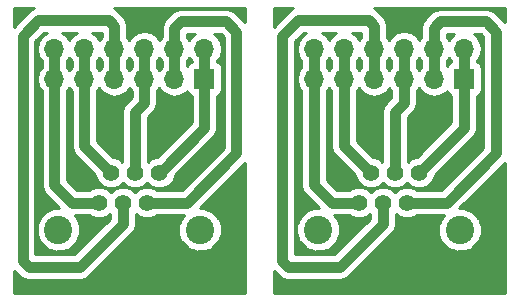
<source format=gbl>
%MOIN*%
%OFA0B0*%
%FSLAX46Y46*%
%IPPOS*%
%LPD*%
%ADD10C,0.0039370078740157488*%
%ADD11C,0.094488188976377951*%
%ADD12C,0.055118110236220472*%
%ADD13R,0.066929133858267723X0.066929133858267723*%
%ADD14O,0.066929133858267723X0.066929133858267723*%
%ADD15C,0.035433070866141732*%
%ADD16C,0.01*%
%ADD27C,0.0039370078740157488*%
%ADD28C,0.094488188976377951*%
%ADD29C,0.055118110236220472*%
%ADD30R,0.066929133858267723X0.066929133858267723*%
%ADD31O,0.066929133858267723X0.066929133858267723*%
%ADD32C,0.035433070866141732*%
%ADD33C,0.01*%
%LPD*%
G01*
D10*
D11*
X0000944881Y0001141732D02*
X0000700496Y0000328381D03*
X0000228055Y0000328381D03*
D12*
X0000564669Y0000518932D03*
X0000484354Y0000518932D03*
X0000404039Y0000518932D03*
X0000524511Y0000418932D03*
X0000444196Y0000418932D03*
X0000363881Y0000418932D03*
D13*
X0000714881Y0000831732D03*
D14*
X0000714881Y0000931732D03*
X0000614881Y0000831732D03*
X0000614881Y0000931732D03*
X0000514881Y0000831732D03*
X0000514881Y0000931732D03*
X0000414881Y0000831732D03*
X0000414881Y0000931732D03*
X0000314881Y0000831732D03*
X0000314881Y0000931732D03*
X0000214881Y0000831732D03*
X0000214881Y0000931732D03*
D15*
X0000315081Y0000919432D02*
X0000315081Y0000819432D01*
X0000403181Y0000518932D02*
X0000315081Y0000607032D01*
X0000315081Y0000607032D02*
X0000315081Y0000919432D01*
X0000215081Y0000919432D02*
X0000215081Y0000819432D01*
X0000363881Y0000418932D02*
X0000273981Y0000418932D01*
X0000215081Y0000477832D02*
X0000215081Y0000919432D01*
X0000273981Y0000418932D02*
X0000215081Y0000477832D01*
X0000415081Y0000919432D02*
X0000415081Y0000819432D01*
X0000444196Y0000418932D02*
X0000444196Y0000348247D01*
X0000415081Y0001009332D02*
X0000415081Y0000819432D01*
X0000397181Y0001027232D02*
X0000415081Y0001009332D01*
X0000161781Y0001027232D02*
X0000397181Y0001027232D01*
X0000108981Y0000974432D02*
X0000161781Y0001027232D01*
X0000108981Y0000223132D02*
X0000108981Y0000974432D01*
X0000128781Y0000203332D02*
X0000108981Y0000223132D01*
X0000299281Y0000203332D02*
X0000128781Y0000203332D01*
X0000444196Y0000348247D02*
X0000299281Y0000203332D01*
X0000515081Y0000919432D02*
X0000515081Y0000819432D01*
X0000484354Y0000518932D02*
X0000484354Y0000721704D01*
X0000515081Y0000752432D02*
X0000515081Y0000919432D01*
X0000484354Y0000721704D02*
X0000515081Y0000752432D01*
X0000615081Y0000919432D02*
X0000615081Y0000819432D01*
X0000524511Y0000418932D02*
X0000656781Y0000418932D01*
X0000615081Y0001002032D02*
X0000615081Y0000819432D01*
X0000635881Y0001022832D02*
X0000615081Y0001002032D01*
X0000787681Y0001022832D02*
X0000635881Y0001022832D01*
X0000821781Y0000988732D02*
X0000787681Y0001022832D01*
X0000821781Y0000583932D02*
X0000821781Y0000988732D01*
X0000656781Y0000418932D02*
X0000821781Y0000583932D01*
X0000715081Y0000919432D02*
X0000715081Y0000819432D01*
X0000565381Y0000518932D02*
X0000715081Y0000668632D01*
X0000715081Y0000668632D02*
X0000715081Y0000919432D01*
D16*
G36*
X0000849881Y0000116732D02*
X0000079881Y0000116732D01*
X0000079881Y0000191821D01*
X0000098576Y0000173127D01*
X0000112434Y0000163867D01*
X0000128781Y0000160615D01*
X0000299281Y0000160615D01*
X0000315628Y0000163867D01*
X0000329487Y0000173127D01*
X0000474402Y0000318042D01*
X0000483661Y0000331900D01*
X0000486913Y0000348247D01*
X0000486913Y0000382201D01*
X0000494700Y0000374400D01*
X0000514011Y0000366382D01*
X0000534920Y0000366364D01*
X0000554245Y0000374348D01*
X0000556115Y0000376215D01*
X0000646156Y0000376215D01*
X0000639286Y0000369357D01*
X0000638620Y0000367753D01*
X0000638102Y0000367532D01*
X0000633366Y0000355100D01*
X0000628264Y0000342814D01*
X0000628263Y0000341708D01*
X0000627869Y0000340675D01*
X0000628251Y0000327377D01*
X0000628239Y0000314073D01*
X0000628661Y0000313051D01*
X0000628693Y0000311946D01*
X0000638102Y0000289230D01*
X0000638591Y0000289021D01*
X0000639214Y0000287511D01*
X0000659519Y0000267171D01*
X0000661123Y0000266505D01*
X0000661345Y0000265987D01*
X0000673776Y0000261251D01*
X0000686062Y0000256149D01*
X0000687168Y0000256148D01*
X0000688202Y0000255754D01*
X0000701500Y0000256136D01*
X0000714803Y0000256124D01*
X0000715825Y0000256546D01*
X0000716930Y0000256578D01*
X0000739647Y0000265987D01*
X0000739856Y0000266476D01*
X0000741365Y0000267099D01*
X0000761705Y0000287404D01*
X0000762371Y0000289008D01*
X0000762889Y0000289230D01*
X0000767626Y0000301662D01*
X0000772727Y0000313947D01*
X0000772728Y0000315053D01*
X0000773122Y0000316087D01*
X0000772741Y0000329385D01*
X0000772752Y0000342688D01*
X0000772330Y0000343710D01*
X0000772298Y0000344815D01*
X0000762889Y0000367532D01*
X0000762401Y0000367741D01*
X0000761777Y0000369250D01*
X0000741472Y0000389590D01*
X0000739868Y0000390256D01*
X0000739647Y0000390774D01*
X0000727215Y0000395511D01*
X0000714929Y0000400612D01*
X0000713823Y0000400613D01*
X0000712790Y0000401007D01*
X0000699492Y0000400626D01*
X0000698886Y0000400626D01*
X0000849881Y0000551621D01*
X0000849881Y0000116732D01*
X0000849881Y0000116732D01*
G37*
X0000849881Y0000116732D02*
X0000079881Y0000116732D01*
X0000079881Y0000191821D01*
X0000098576Y0000173127D01*
X0000112434Y0000163867D01*
X0000128781Y0000160615D01*
X0000299281Y0000160615D01*
X0000315628Y0000163867D01*
X0000329487Y0000173127D01*
X0000474402Y0000318042D01*
X0000483661Y0000331900D01*
X0000486913Y0000348247D01*
X0000486913Y0000382201D01*
X0000494700Y0000374400D01*
X0000514011Y0000366382D01*
X0000534920Y0000366364D01*
X0000554245Y0000374348D01*
X0000556115Y0000376215D01*
X0000646156Y0000376215D01*
X0000639286Y0000369357D01*
X0000638620Y0000367753D01*
X0000638102Y0000367532D01*
X0000633366Y0000355100D01*
X0000628264Y0000342814D01*
X0000628263Y0000341708D01*
X0000627869Y0000340675D01*
X0000628251Y0000327377D01*
X0000628239Y0000314073D01*
X0000628661Y0000313051D01*
X0000628693Y0000311946D01*
X0000638102Y0000289230D01*
X0000638591Y0000289021D01*
X0000639214Y0000287511D01*
X0000659519Y0000267171D01*
X0000661123Y0000266505D01*
X0000661345Y0000265987D01*
X0000673776Y0000261251D01*
X0000686062Y0000256149D01*
X0000687168Y0000256148D01*
X0000688202Y0000255754D01*
X0000701500Y0000256136D01*
X0000714803Y0000256124D01*
X0000715825Y0000256546D01*
X0000716930Y0000256578D01*
X0000739647Y0000265987D01*
X0000739856Y0000266476D01*
X0000741365Y0000267099D01*
X0000761705Y0000287404D01*
X0000762371Y0000289008D01*
X0000762889Y0000289230D01*
X0000767626Y0000301662D01*
X0000772727Y0000313947D01*
X0000772728Y0000315053D01*
X0000773122Y0000316087D01*
X0000772741Y0000329385D01*
X0000772752Y0000342688D01*
X0000772330Y0000343710D01*
X0000772298Y0000344815D01*
X0000762889Y0000367532D01*
X0000762401Y0000367741D01*
X0000761777Y0000369250D01*
X0000741472Y0000389590D01*
X0000739868Y0000390256D01*
X0000739647Y0000390774D01*
X0000727215Y0000395511D01*
X0000714929Y0000400612D01*
X0000713823Y0000400613D01*
X0000712790Y0000401007D01*
X0000699492Y0000400626D01*
X0000698886Y0000400626D01*
X0000849881Y0000551621D01*
X0000849881Y0000116732D01*
G36*
X0000173541Y0000974218D02*
X0000160867Y0000955251D01*
X0000156417Y0000932877D01*
X0000156417Y0000930586D01*
X0000160867Y0000908213D01*
X0000172365Y0000891005D01*
X0000172365Y0000872458D01*
X0000160867Y0000855251D01*
X0000156417Y0000832877D01*
X0000156417Y0000830586D01*
X0000160867Y0000808213D01*
X0000172365Y0000791005D01*
X0000172365Y0000477832D01*
X0000175616Y0000461485D01*
X0000184876Y0000447627D01*
X0000231743Y0000400760D01*
X0000227051Y0000400626D01*
X0000213747Y0000400637D01*
X0000212725Y0000400215D01*
X0000211620Y0000400183D01*
X0000188904Y0000390774D01*
X0000188695Y0000390286D01*
X0000187185Y0000389662D01*
X0000166845Y0000369357D01*
X0000166179Y0000367753D01*
X0000165661Y0000367532D01*
X0000160925Y0000355100D01*
X0000155823Y0000342814D01*
X0000155822Y0000341708D01*
X0000155428Y0000340675D01*
X0000155810Y0000327377D01*
X0000155798Y0000314073D01*
X0000156220Y0000313051D01*
X0000156252Y0000311946D01*
X0000165661Y0000289230D01*
X0000166150Y0000289021D01*
X0000166773Y0000287511D01*
X0000187078Y0000267171D01*
X0000188682Y0000266505D01*
X0000188904Y0000265987D01*
X0000201336Y0000261251D01*
X0000213621Y0000256149D01*
X0000214727Y0000256148D01*
X0000215761Y0000255754D01*
X0000229059Y0000256136D01*
X0000242362Y0000256124D01*
X0000243384Y0000256546D01*
X0000244489Y0000256578D01*
X0000267206Y0000265987D01*
X0000267415Y0000266476D01*
X0000268924Y0000267099D01*
X0000289264Y0000287404D01*
X0000289930Y0000289008D01*
X0000290448Y0000289230D01*
X0000295185Y0000301662D01*
X0000300286Y0000313947D01*
X0000300287Y0000315053D01*
X0000300681Y0000316087D01*
X0000300300Y0000329385D01*
X0000300311Y0000342688D01*
X0000299889Y0000343710D01*
X0000299857Y0000344815D01*
X0000290448Y0000367532D01*
X0000289960Y0000367741D01*
X0000289336Y0000369250D01*
X0000282383Y0000376215D01*
X0000332258Y0000376215D01*
X0000334070Y0000374400D01*
X0000353381Y0000366382D01*
X0000374290Y0000366364D01*
X0000393615Y0000374348D01*
X0000401480Y0000382200D01*
X0000401480Y0000365941D01*
X0000281588Y0000246048D01*
X0000151698Y0000246048D01*
X0000151698Y0000956738D01*
X0000179475Y0000984515D01*
X0000188952Y0000984515D01*
X0000173541Y0000974218D01*
X0000173541Y0000974218D01*
G37*
X0000173541Y0000974218D02*
X0000160867Y0000955251D01*
X0000156417Y0000932877D01*
X0000156417Y0000930586D01*
X0000160867Y0000908213D01*
X0000172365Y0000891005D01*
X0000172365Y0000872458D01*
X0000160867Y0000855251D01*
X0000156417Y0000832877D01*
X0000156417Y0000830586D01*
X0000160867Y0000808213D01*
X0000172365Y0000791005D01*
X0000172365Y0000477832D01*
X0000175616Y0000461485D01*
X0000184876Y0000447627D01*
X0000231743Y0000400760D01*
X0000227051Y0000400626D01*
X0000213747Y0000400637D01*
X0000212725Y0000400215D01*
X0000211620Y0000400183D01*
X0000188904Y0000390774D01*
X0000188695Y0000390286D01*
X0000187185Y0000389662D01*
X0000166845Y0000369357D01*
X0000166179Y0000367753D01*
X0000165661Y0000367532D01*
X0000160925Y0000355100D01*
X0000155823Y0000342814D01*
X0000155822Y0000341708D01*
X0000155428Y0000340675D01*
X0000155810Y0000327377D01*
X0000155798Y0000314073D01*
X0000156220Y0000313051D01*
X0000156252Y0000311946D01*
X0000165661Y0000289230D01*
X0000166150Y0000289021D01*
X0000166773Y0000287511D01*
X0000187078Y0000267171D01*
X0000188682Y0000266505D01*
X0000188904Y0000265987D01*
X0000201336Y0000261251D01*
X0000213621Y0000256149D01*
X0000214727Y0000256148D01*
X0000215761Y0000255754D01*
X0000229059Y0000256136D01*
X0000242362Y0000256124D01*
X0000243384Y0000256546D01*
X0000244489Y0000256578D01*
X0000267206Y0000265987D01*
X0000267415Y0000266476D01*
X0000268924Y0000267099D01*
X0000289264Y0000287404D01*
X0000289930Y0000289008D01*
X0000290448Y0000289230D01*
X0000295185Y0000301662D01*
X0000300286Y0000313947D01*
X0000300287Y0000315053D01*
X0000300681Y0000316087D01*
X0000300300Y0000329385D01*
X0000300311Y0000342688D01*
X0000299889Y0000343710D01*
X0000299857Y0000344815D01*
X0000290448Y0000367532D01*
X0000289960Y0000367741D01*
X0000289336Y0000369250D01*
X0000282383Y0000376215D01*
X0000332258Y0000376215D01*
X0000334070Y0000374400D01*
X0000353381Y0000366382D01*
X0000374290Y0000366364D01*
X0000393615Y0000374348D01*
X0000401480Y0000382200D01*
X0000401480Y0000365941D01*
X0000281588Y0000246048D01*
X0000151698Y0000246048D01*
X0000151698Y0000956738D01*
X0000179475Y0000984515D01*
X0000188952Y0000984515D01*
X0000173541Y0000974218D01*
G36*
X0000779065Y0000971038D02*
X0000779065Y0000601626D01*
X0000639088Y0000461648D01*
X0000556134Y0000461648D01*
X0000554322Y0000463463D01*
X0000535012Y0000471482D01*
X0000514103Y0000471500D01*
X0000494778Y0000463515D01*
X0000484349Y0000453104D01*
X0000474008Y0000463463D01*
X0000454697Y0000471482D01*
X0000433788Y0000471500D01*
X0000414463Y0000463515D01*
X0000404034Y0000453104D01*
X0000393693Y0000463463D01*
X0000374382Y0000471482D01*
X0000353473Y0000471500D01*
X0000334148Y0000463515D01*
X0000332278Y0000461648D01*
X0000291675Y0000461648D01*
X0000257798Y0000495526D01*
X0000257798Y0000791604D01*
X0000264881Y0000802205D01*
X0000272365Y0000791005D01*
X0000272365Y0000607032D01*
X0000275616Y0000590685D01*
X0000284876Y0000576827D01*
X0000351472Y0000510231D01*
X0000351471Y0000508523D01*
X0000359455Y0000489198D01*
X0000374228Y0000474400D01*
X0000393538Y0000466382D01*
X0000414448Y0000466364D01*
X0000433772Y0000474348D01*
X0000444202Y0000484760D01*
X0000454543Y0000474400D01*
X0000473853Y0000466382D01*
X0000494763Y0000466364D01*
X0000514087Y0000474348D01*
X0000524517Y0000484760D01*
X0000534858Y0000474400D01*
X0000554168Y0000466382D01*
X0000575078Y0000466364D01*
X0000594402Y0000474348D01*
X0000609200Y0000489121D01*
X0000617219Y0000508431D01*
X0000617220Y0000510360D01*
X0000745287Y0000638427D01*
X0000750679Y0000646497D01*
X0000754546Y0000652285D01*
X0000757798Y0000668632D01*
X0000757798Y0000774641D01*
X0000766119Y0000779996D01*
X0000771827Y0000788350D01*
X0000773836Y0000798267D01*
X0000773836Y0000865196D01*
X0000772092Y0000874461D01*
X0000766617Y0000882970D01*
X0000758263Y0000888678D01*
X0000757798Y0000888772D01*
X0000757798Y0000891604D01*
X0000768896Y0000908213D01*
X0000773346Y0000930586D01*
X0000773346Y0000932877D01*
X0000768896Y0000955251D01*
X0000756222Y0000974218D01*
X0000747396Y0000980115D01*
X0000769988Y0000980115D01*
X0000779065Y0000971038D01*
X0000779065Y0000971038D01*
G37*
X0000779065Y0000971038D02*
X0000779065Y0000601626D01*
X0000639088Y0000461648D01*
X0000556134Y0000461648D01*
X0000554322Y0000463463D01*
X0000535012Y0000471482D01*
X0000514103Y0000471500D01*
X0000494778Y0000463515D01*
X0000484349Y0000453104D01*
X0000474008Y0000463463D01*
X0000454697Y0000471482D01*
X0000433788Y0000471500D01*
X0000414463Y0000463515D01*
X0000404034Y0000453104D01*
X0000393693Y0000463463D01*
X0000374382Y0000471482D01*
X0000353473Y0000471500D01*
X0000334148Y0000463515D01*
X0000332278Y0000461648D01*
X0000291675Y0000461648D01*
X0000257798Y0000495526D01*
X0000257798Y0000791604D01*
X0000264881Y0000802205D01*
X0000272365Y0000791005D01*
X0000272365Y0000607032D01*
X0000275616Y0000590685D01*
X0000284876Y0000576827D01*
X0000351472Y0000510231D01*
X0000351471Y0000508523D01*
X0000359455Y0000489198D01*
X0000374228Y0000474400D01*
X0000393538Y0000466382D01*
X0000414448Y0000466364D01*
X0000433772Y0000474348D01*
X0000444202Y0000484760D01*
X0000454543Y0000474400D01*
X0000473853Y0000466382D01*
X0000494763Y0000466364D01*
X0000514087Y0000474348D01*
X0000524517Y0000484760D01*
X0000534858Y0000474400D01*
X0000554168Y0000466382D01*
X0000575078Y0000466364D01*
X0000594402Y0000474348D01*
X0000609200Y0000489121D01*
X0000617219Y0000508431D01*
X0000617220Y0000510360D01*
X0000745287Y0000638427D01*
X0000750679Y0000646497D01*
X0000754546Y0000652285D01*
X0000757798Y0000668632D01*
X0000757798Y0000774641D01*
X0000766119Y0000779996D01*
X0000771827Y0000788350D01*
X0000773836Y0000798267D01*
X0000773836Y0000865196D01*
X0000772092Y0000874461D01*
X0000766617Y0000882970D01*
X0000758263Y0000888678D01*
X0000757798Y0000888772D01*
X0000757798Y0000891604D01*
X0000768896Y0000908213D01*
X0000773346Y0000930586D01*
X0000773346Y0000932877D01*
X0000768896Y0000955251D01*
X0000756222Y0000974218D01*
X0000747396Y0000980115D01*
X0000769988Y0000980115D01*
X0000779065Y0000971038D01*
G36*
X0000472365Y0000791005D02*
X0000472365Y0000770126D01*
X0000454149Y0000751909D01*
X0000444889Y0000738051D01*
X0000441637Y0000721704D01*
X0000441637Y0000555662D01*
X0000433850Y0000563463D01*
X0000414539Y0000571482D01*
X0000411039Y0000571485D01*
X0000357798Y0000624726D01*
X0000357798Y0000791604D01*
X0000364881Y0000802205D01*
X0000373541Y0000789246D01*
X0000392508Y0000776572D01*
X0000414881Y0000772122D01*
X0000437255Y0000776572D01*
X0000456222Y0000789246D01*
X0000464881Y0000802205D01*
X0000472365Y0000791005D01*
X0000472365Y0000791005D01*
G37*
X0000472365Y0000791005D02*
X0000472365Y0000770126D01*
X0000454149Y0000751909D01*
X0000444889Y0000738051D01*
X0000441637Y0000721704D01*
X0000441637Y0000555662D01*
X0000433850Y0000563463D01*
X0000414539Y0000571482D01*
X0000411039Y0000571485D01*
X0000357798Y0000624726D01*
X0000357798Y0000791604D01*
X0000364881Y0000802205D01*
X0000373541Y0000789246D01*
X0000392508Y0000776572D01*
X0000414881Y0000772122D01*
X0000437255Y0000776572D01*
X0000456222Y0000789246D01*
X0000464881Y0000802205D01*
X0000472365Y0000791005D01*
G36*
X0000573541Y0000789246D02*
X0000592508Y0000776572D01*
X0000614881Y0000772122D01*
X0000637255Y0000776572D01*
X0000656222Y0000789246D01*
X0000657316Y0000790883D01*
X0000657670Y0000789003D01*
X0000663146Y0000780494D01*
X0000671500Y0000774786D01*
X0000672365Y0000774611D01*
X0000672365Y0000686326D01*
X0000557536Y0000571497D01*
X0000554260Y0000571500D01*
X0000534935Y0000563515D01*
X0000527070Y0000555664D01*
X0000527070Y0000704010D01*
X0000545287Y0000722227D01*
X0000554546Y0000736085D01*
X0000557798Y0000752432D01*
X0000557798Y0000791604D01*
X0000564881Y0000802205D01*
X0000573541Y0000789246D01*
X0000573541Y0000789246D01*
G37*
X0000573541Y0000789246D02*
X0000592508Y0000776572D01*
X0000614881Y0000772122D01*
X0000637255Y0000776572D01*
X0000656222Y0000789246D01*
X0000657316Y0000790883D01*
X0000657670Y0000789003D01*
X0000663146Y0000780494D01*
X0000671500Y0000774786D01*
X0000672365Y0000774611D01*
X0000672365Y0000686326D01*
X0000557536Y0000571497D01*
X0000554260Y0000571500D01*
X0000534935Y0000563515D01*
X0000527070Y0000555664D01*
X0000527070Y0000704010D01*
X0000545287Y0000722227D01*
X0000554546Y0000736085D01*
X0000557798Y0000752432D01*
X0000557798Y0000791604D01*
X0000564881Y0000802205D01*
X0000573541Y0000789246D01*
G36*
X0000472365Y0000891005D02*
X0000472365Y0000872458D01*
X0000464881Y0000861258D01*
X0000457798Y0000871860D01*
X0000457798Y0000891604D01*
X0000464881Y0000902205D01*
X0000472365Y0000891005D01*
X0000472365Y0000891005D01*
G37*
X0000472365Y0000891005D02*
X0000472365Y0000872458D01*
X0000464881Y0000861258D01*
X0000457798Y0000871860D01*
X0000457798Y0000891604D01*
X0000464881Y0000902205D01*
X0000472365Y0000891005D01*
G36*
X0000572365Y0000891005D02*
X0000572365Y0000872458D01*
X0000564881Y0000861258D01*
X0000557798Y0000871860D01*
X0000557798Y0000891604D01*
X0000564881Y0000902205D01*
X0000572365Y0000891005D01*
X0000572365Y0000891005D01*
G37*
X0000572365Y0000891005D02*
X0000572365Y0000872458D01*
X0000564881Y0000861258D01*
X0000557798Y0000871860D01*
X0000557798Y0000891604D01*
X0000564881Y0000902205D01*
X0000572365Y0000891005D01*
G36*
X0000372365Y0000891005D02*
X0000372365Y0000872458D01*
X0000364881Y0000861258D01*
X0000357798Y0000871860D01*
X0000357798Y0000891604D01*
X0000364881Y0000902205D01*
X0000372365Y0000891005D01*
X0000372365Y0000891005D01*
G37*
X0000372365Y0000891005D02*
X0000372365Y0000872458D01*
X0000364881Y0000861258D01*
X0000357798Y0000871860D01*
X0000357798Y0000891604D01*
X0000364881Y0000902205D01*
X0000372365Y0000891005D01*
G36*
X0000272365Y0000891005D02*
X0000272365Y0000872458D01*
X0000264881Y0000861258D01*
X0000257798Y0000871860D01*
X0000257798Y0000891604D01*
X0000264881Y0000902205D01*
X0000272365Y0000891005D01*
X0000272365Y0000891005D01*
G37*
X0000272365Y0000891005D02*
X0000272365Y0000872458D01*
X0000264881Y0000861258D01*
X0000257798Y0000871860D01*
X0000257798Y0000891604D01*
X0000264881Y0000902205D01*
X0000272365Y0000891005D01*
G36*
X0000672365Y0000891005D02*
X0000672365Y0000888983D01*
X0000672152Y0000888943D01*
X0000663644Y0000883468D01*
X0000657935Y0000875113D01*
X0000657798Y0000874435D01*
X0000657798Y0000891604D01*
X0000664881Y0000902205D01*
X0000672365Y0000891005D01*
X0000672365Y0000891005D01*
G37*
X0000672365Y0000891005D02*
X0000672365Y0000888983D01*
X0000672152Y0000888943D01*
X0000663644Y0000883468D01*
X0000657935Y0000875113D01*
X0000657798Y0000874435D01*
X0000657798Y0000891604D01*
X0000664881Y0000902205D01*
X0000672365Y0000891005D01*
G36*
X0000849881Y0001021042D02*
X0000817887Y0001053037D01*
X0000811301Y0001057437D01*
X0000804028Y0001062297D01*
X0000787681Y0001065548D01*
X0000635881Y0001065548D01*
X0000619534Y0001062297D01*
X0000612261Y0001057437D01*
X0000605676Y0001053037D01*
X0000584876Y0001032237D01*
X0000575616Y0001018379D01*
X0000572365Y0001002032D01*
X0000572365Y0000972458D01*
X0000564881Y0000961258D01*
X0000556222Y0000974218D01*
X0000537255Y0000986891D01*
X0000514881Y0000991342D01*
X0000492508Y0000986891D01*
X0000473541Y0000974218D01*
X0000464881Y0000961258D01*
X0000457798Y0000971860D01*
X0000457798Y0001009332D01*
X0000454546Y0001025679D01*
X0000445287Y0001039537D01*
X0000427387Y0001057437D01*
X0000413528Y0001066697D01*
X0000413352Y0001066732D01*
X0000849881Y0001066732D01*
X0000849881Y0001021042D01*
X0000849881Y0001021042D01*
G37*
X0000849881Y0001021042D02*
X0000817887Y0001053037D01*
X0000811301Y0001057437D01*
X0000804028Y0001062297D01*
X0000787681Y0001065548D01*
X0000635881Y0001065548D01*
X0000619534Y0001062297D01*
X0000612261Y0001057437D01*
X0000605676Y0001053037D01*
X0000584876Y0001032237D01*
X0000575616Y0001018379D01*
X0000572365Y0001002032D01*
X0000572365Y0000972458D01*
X0000564881Y0000961258D01*
X0000556222Y0000974218D01*
X0000537255Y0000986891D01*
X0000514881Y0000991342D01*
X0000492508Y0000986891D01*
X0000473541Y0000974218D01*
X0000464881Y0000961258D01*
X0000457798Y0000971860D01*
X0000457798Y0001009332D01*
X0000454546Y0001025679D01*
X0000445287Y0001039537D01*
X0000427387Y0001057437D01*
X0000413528Y0001066697D01*
X0000413352Y0001066732D01*
X0000849881Y0001066732D01*
X0000849881Y0001021042D01*
G36*
X0000273541Y0000974218D02*
X0000264881Y0000961258D01*
X0000256222Y0000974218D01*
X0000240811Y0000984515D01*
X0000288952Y0000984515D01*
X0000273541Y0000974218D01*
X0000273541Y0000974218D01*
G37*
X0000273541Y0000974218D02*
X0000264881Y0000961258D01*
X0000256222Y0000974218D01*
X0000240811Y0000984515D01*
X0000288952Y0000984515D01*
X0000273541Y0000974218D01*
G36*
X0000372365Y0000972458D02*
X0000364881Y0000961258D01*
X0000356222Y0000974218D01*
X0000340811Y0000984515D01*
X0000372365Y0000984515D01*
X0000372365Y0000972458D01*
X0000372365Y0000972458D01*
G37*
X0000372365Y0000972458D02*
X0000364881Y0000961258D01*
X0000356222Y0000974218D01*
X0000340811Y0000984515D01*
X0000372365Y0000984515D01*
X0000372365Y0000972458D01*
G36*
X0000673541Y0000974218D02*
X0000664881Y0000961258D01*
X0000657798Y0000971860D01*
X0000657798Y0000980115D01*
X0000682367Y0000980115D01*
X0000673541Y0000974218D01*
X0000673541Y0000974218D01*
G37*
X0000673541Y0000974218D02*
X0000664881Y0000961258D01*
X0000657798Y0000971860D01*
X0000657798Y0000980115D01*
X0000682367Y0000980115D01*
X0000673541Y0000974218D01*
G36*
X0000145434Y0001066697D02*
X0000131576Y0001057437D01*
X0000079881Y0001005742D01*
X0000079881Y0001066732D01*
X0000145611Y0001066732D01*
X0000145434Y0001066697D01*
X0000145434Y0001066697D01*
G37*
X0000145434Y0001066697D02*
X0000131576Y0001057437D01*
X0000079881Y0001005742D01*
X0000079881Y0001066732D01*
X0000145611Y0001066732D01*
X0000145434Y0001066697D01*
G04 next file*
%LPD*%
G04 Gerber Fmt 4.6, Leading zero omitted, Abs format (unit mm)*
G04 Created by KiCad (PCBNEW 4.0.7) date 10/04/17 14:57:39*
G01*
G04 APERTURE LIST*
G04 APERTURE END LIST*
D27*
D28*
X0001811023Y0001141732D02*
X0001566637Y0000328381D03*
X0001094196Y0000328381D03*
D29*
X0001430811Y0000518932D03*
X0001350496Y0000518932D03*
X0001270181Y0000518932D03*
X0001390653Y0000418932D03*
X0001310338Y0000418932D03*
X0001230023Y0000418932D03*
D30*
X0001581023Y0000831732D03*
D31*
X0001581023Y0000931732D03*
X0001481023Y0000831732D03*
X0001481023Y0000931732D03*
X0001381023Y0000831732D03*
X0001381023Y0000931732D03*
X0001281023Y0000831732D03*
X0001281023Y0000931732D03*
X0001181023Y0000831732D03*
X0001181023Y0000931732D03*
X0001081023Y0000831732D03*
X0001081023Y0000931732D03*
D32*
X0001181223Y0000919432D02*
X0001181223Y0000819432D01*
X0001269323Y0000518932D02*
X0001181223Y0000607032D01*
X0001181223Y0000607032D02*
X0001181223Y0000919432D01*
X0001081223Y0000919432D02*
X0001081223Y0000819432D01*
X0001230023Y0000418932D02*
X0001140123Y0000418932D01*
X0001081223Y0000477832D02*
X0001081223Y0000919432D01*
X0001140123Y0000418932D02*
X0001081223Y0000477832D01*
X0001281223Y0000919432D02*
X0001281223Y0000819432D01*
X0001310338Y0000418932D02*
X0001310338Y0000348247D01*
X0001281223Y0001009332D02*
X0001281223Y0000819432D01*
X0001263323Y0001027232D02*
X0001281223Y0001009332D01*
X0001027923Y0001027232D02*
X0001263323Y0001027232D01*
X0000975123Y0000974432D02*
X0001027923Y0001027232D01*
X0000975123Y0000223132D02*
X0000975123Y0000974432D01*
X0000994923Y0000203332D02*
X0000975123Y0000223132D01*
X0001165423Y0000203332D02*
X0000994923Y0000203332D01*
X0001310338Y0000348247D02*
X0001165423Y0000203332D01*
X0001381223Y0000919432D02*
X0001381223Y0000819432D01*
X0001350496Y0000518932D02*
X0001350496Y0000721704D01*
X0001381223Y0000752432D02*
X0001381223Y0000919432D01*
X0001350496Y0000721704D02*
X0001381223Y0000752432D01*
X0001481223Y0000919432D02*
X0001481223Y0000819432D01*
X0001390653Y0000418932D02*
X0001522923Y0000418932D01*
X0001481223Y0001002032D02*
X0001481223Y0000819432D01*
X0001502023Y0001022832D02*
X0001481223Y0001002032D01*
X0001653823Y0001022832D02*
X0001502023Y0001022832D01*
X0001687923Y0000988732D02*
X0001653823Y0001022832D01*
X0001687923Y0000583932D02*
X0001687923Y0000988732D01*
X0001522923Y0000418932D02*
X0001687923Y0000583932D01*
X0001581223Y0000919432D02*
X0001581223Y0000819432D01*
X0001431523Y0000518932D02*
X0001581223Y0000668632D01*
X0001581223Y0000668632D02*
X0001581223Y0000919432D01*
D33*
G36*
X0001716023Y0000116732D02*
X0000946023Y0000116732D01*
X0000946023Y0000191821D01*
X0000964718Y0000173127D01*
X0000978576Y0000163867D01*
X0000994923Y0000160615D01*
X0001165423Y0000160615D01*
X0001181770Y0000163867D01*
X0001195628Y0000173127D01*
X0001340543Y0000318042D01*
X0001349803Y0000331900D01*
X0001353055Y0000348247D01*
X0001353055Y0000382201D01*
X0001360842Y0000374400D01*
X0001380153Y0000366382D01*
X0001401062Y0000366364D01*
X0001420386Y0000374348D01*
X0001422257Y0000376215D01*
X0001512298Y0000376215D01*
X0001505427Y0000369357D01*
X0001504761Y0000367753D01*
X0001504244Y0000367532D01*
X0001499507Y0000355100D01*
X0001494406Y0000342814D01*
X0001494405Y0000341708D01*
X0001494011Y0000340675D01*
X0001494392Y0000327377D01*
X0001494381Y0000314073D01*
X0001494803Y0000313051D01*
X0001494835Y0000311946D01*
X0001504244Y0000289230D01*
X0001504732Y0000289021D01*
X0001505356Y0000287511D01*
X0001525661Y0000267171D01*
X0001527265Y0000266505D01*
X0001527486Y0000265987D01*
X0001539918Y0000261251D01*
X0001552204Y0000256149D01*
X0001553310Y0000256148D01*
X0001554343Y0000255754D01*
X0001567641Y0000256136D01*
X0001580945Y0000256124D01*
X0001581967Y0000256546D01*
X0001583072Y0000256578D01*
X0001605788Y0000265987D01*
X0001605997Y0000266476D01*
X0001607507Y0000267099D01*
X0001627847Y0000287404D01*
X0001628513Y0000289008D01*
X0001629031Y0000289230D01*
X0001633767Y0000301662D01*
X0001638869Y0000313947D01*
X0001638870Y0000315053D01*
X0001639264Y0000316087D01*
X0001638882Y0000329385D01*
X0001638894Y0000342688D01*
X0001638472Y0000343710D01*
X0001638440Y0000344815D01*
X0001629031Y0000367532D01*
X0001628542Y0000367741D01*
X0001627919Y0000369250D01*
X0001607614Y0000389590D01*
X0001606010Y0000390256D01*
X0001605788Y0000390774D01*
X0001593356Y0000395511D01*
X0001581071Y0000400612D01*
X0001579965Y0000400613D01*
X0001578931Y0000401007D01*
X0001565633Y0000400626D01*
X0001565028Y0000400626D01*
X0001716023Y0000551621D01*
X0001716023Y0000116732D01*
X0001716023Y0000116732D01*
G37*
X0001716023Y0000116732D02*
X0000946023Y0000116732D01*
X0000946023Y0000191821D01*
X0000964718Y0000173127D01*
X0000978576Y0000163867D01*
X0000994923Y0000160615D01*
X0001165423Y0000160615D01*
X0001181770Y0000163867D01*
X0001195628Y0000173127D01*
X0001340543Y0000318042D01*
X0001349803Y0000331900D01*
X0001353055Y0000348247D01*
X0001353055Y0000382201D01*
X0001360842Y0000374400D01*
X0001380153Y0000366382D01*
X0001401062Y0000366364D01*
X0001420386Y0000374348D01*
X0001422257Y0000376215D01*
X0001512298Y0000376215D01*
X0001505427Y0000369357D01*
X0001504761Y0000367753D01*
X0001504244Y0000367532D01*
X0001499507Y0000355100D01*
X0001494406Y0000342814D01*
X0001494405Y0000341708D01*
X0001494011Y0000340675D01*
X0001494392Y0000327377D01*
X0001494381Y0000314073D01*
X0001494803Y0000313051D01*
X0001494835Y0000311946D01*
X0001504244Y0000289230D01*
X0001504732Y0000289021D01*
X0001505356Y0000287511D01*
X0001525661Y0000267171D01*
X0001527265Y0000266505D01*
X0001527486Y0000265987D01*
X0001539918Y0000261251D01*
X0001552204Y0000256149D01*
X0001553310Y0000256148D01*
X0001554343Y0000255754D01*
X0001567641Y0000256136D01*
X0001580945Y0000256124D01*
X0001581967Y0000256546D01*
X0001583072Y0000256578D01*
X0001605788Y0000265987D01*
X0001605997Y0000266476D01*
X0001607507Y0000267099D01*
X0001627847Y0000287404D01*
X0001628513Y0000289008D01*
X0001629031Y0000289230D01*
X0001633767Y0000301662D01*
X0001638869Y0000313947D01*
X0001638870Y0000315053D01*
X0001639264Y0000316087D01*
X0001638882Y0000329385D01*
X0001638894Y0000342688D01*
X0001638472Y0000343710D01*
X0001638440Y0000344815D01*
X0001629031Y0000367532D01*
X0001628542Y0000367741D01*
X0001627919Y0000369250D01*
X0001607614Y0000389590D01*
X0001606010Y0000390256D01*
X0001605788Y0000390774D01*
X0001593356Y0000395511D01*
X0001581071Y0000400612D01*
X0001579965Y0000400613D01*
X0001578931Y0000401007D01*
X0001565633Y0000400626D01*
X0001565028Y0000400626D01*
X0001716023Y0000551621D01*
X0001716023Y0000116732D01*
G36*
X0001039682Y0000974218D02*
X0001027009Y0000955251D01*
X0001022559Y0000932877D01*
X0001022559Y0000930586D01*
X0001027009Y0000908213D01*
X0001038507Y0000891005D01*
X0001038507Y0000872458D01*
X0001027009Y0000855251D01*
X0001022559Y0000832877D01*
X0001022559Y0000830586D01*
X0001027009Y0000808213D01*
X0001038507Y0000791005D01*
X0001038507Y0000477832D01*
X0001041758Y0000461485D01*
X0001051018Y0000447627D01*
X0001097884Y0000400760D01*
X0001093192Y0000400626D01*
X0001079889Y0000400637D01*
X0001078867Y0000400215D01*
X0001077762Y0000400183D01*
X0001055045Y0000390774D01*
X0001054836Y0000390286D01*
X0001053327Y0000389662D01*
X0001032987Y0000369357D01*
X0001032320Y0000367753D01*
X0001031803Y0000367532D01*
X0001027066Y0000355100D01*
X0001021965Y0000342814D01*
X0001021964Y0000341708D01*
X0001021570Y0000340675D01*
X0001021951Y0000327377D01*
X0001021940Y0000314073D01*
X0001022362Y0000313051D01*
X0001022394Y0000311946D01*
X0001031803Y0000289230D01*
X0001032291Y0000289021D01*
X0001032915Y0000287511D01*
X0001053220Y0000267171D01*
X0001054824Y0000266505D01*
X0001055045Y0000265987D01*
X0001067477Y0000261251D01*
X0001079763Y0000256149D01*
X0001080869Y0000256148D01*
X0001081902Y0000255754D01*
X0001095200Y0000256136D01*
X0001108504Y0000256124D01*
X0001109526Y0000256546D01*
X0001110631Y0000256578D01*
X0001133347Y0000265987D01*
X0001133556Y0000266476D01*
X0001135066Y0000267099D01*
X0001155406Y0000287404D01*
X0001156072Y0000289008D01*
X0001156590Y0000289230D01*
X0001161326Y0000301662D01*
X0001166428Y0000313947D01*
X0001166429Y0000315053D01*
X0001166823Y0000316087D01*
X0001166441Y0000329385D01*
X0001166453Y0000342688D01*
X0001166031Y0000343710D01*
X0001165999Y0000344815D01*
X0001156590Y0000367532D01*
X0001156101Y0000367741D01*
X0001155478Y0000369250D01*
X0001148525Y0000376215D01*
X0001198400Y0000376215D01*
X0001200212Y0000374400D01*
X0001219523Y0000366382D01*
X0001240432Y0000366364D01*
X0001259757Y0000374348D01*
X0001267622Y0000382200D01*
X0001267622Y0000365941D01*
X0001147729Y0000246048D01*
X0001017840Y0000246048D01*
X0001017840Y0000956738D01*
X0001045617Y0000984515D01*
X0001055094Y0000984515D01*
X0001039682Y0000974218D01*
X0001039682Y0000974218D01*
G37*
X0001039682Y0000974218D02*
X0001027009Y0000955251D01*
X0001022559Y0000932877D01*
X0001022559Y0000930586D01*
X0001027009Y0000908213D01*
X0001038507Y0000891005D01*
X0001038507Y0000872458D01*
X0001027009Y0000855251D01*
X0001022559Y0000832877D01*
X0001022559Y0000830586D01*
X0001027009Y0000808213D01*
X0001038507Y0000791005D01*
X0001038507Y0000477832D01*
X0001041758Y0000461485D01*
X0001051018Y0000447627D01*
X0001097884Y0000400760D01*
X0001093192Y0000400626D01*
X0001079889Y0000400637D01*
X0001078867Y0000400215D01*
X0001077762Y0000400183D01*
X0001055045Y0000390774D01*
X0001054836Y0000390286D01*
X0001053327Y0000389662D01*
X0001032987Y0000369357D01*
X0001032320Y0000367753D01*
X0001031803Y0000367532D01*
X0001027066Y0000355100D01*
X0001021965Y0000342814D01*
X0001021964Y0000341708D01*
X0001021570Y0000340675D01*
X0001021951Y0000327377D01*
X0001021940Y0000314073D01*
X0001022362Y0000313051D01*
X0001022394Y0000311946D01*
X0001031803Y0000289230D01*
X0001032291Y0000289021D01*
X0001032915Y0000287511D01*
X0001053220Y0000267171D01*
X0001054824Y0000266505D01*
X0001055045Y0000265987D01*
X0001067477Y0000261251D01*
X0001079763Y0000256149D01*
X0001080869Y0000256148D01*
X0001081902Y0000255754D01*
X0001095200Y0000256136D01*
X0001108504Y0000256124D01*
X0001109526Y0000256546D01*
X0001110631Y0000256578D01*
X0001133347Y0000265987D01*
X0001133556Y0000266476D01*
X0001135066Y0000267099D01*
X0001155406Y0000287404D01*
X0001156072Y0000289008D01*
X0001156590Y0000289230D01*
X0001161326Y0000301662D01*
X0001166428Y0000313947D01*
X0001166429Y0000315053D01*
X0001166823Y0000316087D01*
X0001166441Y0000329385D01*
X0001166453Y0000342688D01*
X0001166031Y0000343710D01*
X0001165999Y0000344815D01*
X0001156590Y0000367532D01*
X0001156101Y0000367741D01*
X0001155478Y0000369250D01*
X0001148525Y0000376215D01*
X0001198400Y0000376215D01*
X0001200212Y0000374400D01*
X0001219523Y0000366382D01*
X0001240432Y0000366364D01*
X0001259757Y0000374348D01*
X0001267622Y0000382200D01*
X0001267622Y0000365941D01*
X0001147729Y0000246048D01*
X0001017840Y0000246048D01*
X0001017840Y0000956738D01*
X0001045617Y0000984515D01*
X0001055094Y0000984515D01*
X0001039682Y0000974218D01*
G36*
X0001645207Y0000971038D02*
X0001645207Y0000601626D01*
X0001505229Y0000461648D01*
X0001422276Y0000461648D01*
X0001420464Y0000463463D01*
X0001401154Y0000471482D01*
X0001380244Y0000471500D01*
X0001360920Y0000463515D01*
X0001350490Y0000453104D01*
X0001340149Y0000463463D01*
X0001320839Y0000471482D01*
X0001299929Y0000471500D01*
X0001280605Y0000463515D01*
X0001270175Y0000453104D01*
X0001259834Y0000463463D01*
X0001240524Y0000471482D01*
X0001219614Y0000471500D01*
X0001200290Y0000463515D01*
X0001198420Y0000461648D01*
X0001157817Y0000461648D01*
X0001123940Y0000495526D01*
X0001123940Y0000791604D01*
X0001131023Y0000802205D01*
X0001138507Y0000791005D01*
X0001138507Y0000607032D01*
X0001141758Y0000590685D01*
X0001151018Y0000576827D01*
X0001217614Y0000510231D01*
X0001217612Y0000508523D01*
X0001225597Y0000489198D01*
X0001240369Y0000474400D01*
X0001259680Y0000466382D01*
X0001280589Y0000466364D01*
X0001299914Y0000474348D01*
X0001310343Y0000484760D01*
X0001320684Y0000474400D01*
X0001339995Y0000466382D01*
X0001360904Y0000466364D01*
X0001380229Y0000474348D01*
X0001390658Y0000484760D01*
X0001400999Y0000474400D01*
X0001420310Y0000466382D01*
X0001441219Y0000466364D01*
X0001460544Y0000474348D01*
X0001475342Y0000489121D01*
X0001483360Y0000508431D01*
X0001483362Y0000510360D01*
X0001611428Y0000638427D01*
X0001616821Y0000646497D01*
X0001620688Y0000652285D01*
X0001623940Y0000668632D01*
X0001623940Y0000774641D01*
X0001632261Y0000779996D01*
X0001637969Y0000788350D01*
X0001639977Y0000798267D01*
X0001639977Y0000865196D01*
X0001638234Y0000874461D01*
X0001632759Y0000882970D01*
X0001624405Y0000888678D01*
X0001623940Y0000888772D01*
X0001623940Y0000891604D01*
X0001635037Y0000908213D01*
X0001639488Y0000930586D01*
X0001639488Y0000932877D01*
X0001635037Y0000955251D01*
X0001622364Y0000974218D01*
X0001613538Y0000980115D01*
X0001636129Y0000980115D01*
X0001645207Y0000971038D01*
X0001645207Y0000971038D01*
G37*
X0001645207Y0000971038D02*
X0001645207Y0000601626D01*
X0001505229Y0000461648D01*
X0001422276Y0000461648D01*
X0001420464Y0000463463D01*
X0001401154Y0000471482D01*
X0001380244Y0000471500D01*
X0001360920Y0000463515D01*
X0001350490Y0000453104D01*
X0001340149Y0000463463D01*
X0001320839Y0000471482D01*
X0001299929Y0000471500D01*
X0001280605Y0000463515D01*
X0001270175Y0000453104D01*
X0001259834Y0000463463D01*
X0001240524Y0000471482D01*
X0001219614Y0000471500D01*
X0001200290Y0000463515D01*
X0001198420Y0000461648D01*
X0001157817Y0000461648D01*
X0001123940Y0000495526D01*
X0001123940Y0000791604D01*
X0001131023Y0000802205D01*
X0001138507Y0000791005D01*
X0001138507Y0000607032D01*
X0001141758Y0000590685D01*
X0001151018Y0000576827D01*
X0001217614Y0000510231D01*
X0001217612Y0000508523D01*
X0001225597Y0000489198D01*
X0001240369Y0000474400D01*
X0001259680Y0000466382D01*
X0001280589Y0000466364D01*
X0001299914Y0000474348D01*
X0001310343Y0000484760D01*
X0001320684Y0000474400D01*
X0001339995Y0000466382D01*
X0001360904Y0000466364D01*
X0001380229Y0000474348D01*
X0001390658Y0000484760D01*
X0001400999Y0000474400D01*
X0001420310Y0000466382D01*
X0001441219Y0000466364D01*
X0001460544Y0000474348D01*
X0001475342Y0000489121D01*
X0001483360Y0000508431D01*
X0001483362Y0000510360D01*
X0001611428Y0000638427D01*
X0001616821Y0000646497D01*
X0001620688Y0000652285D01*
X0001623940Y0000668632D01*
X0001623940Y0000774641D01*
X0001632261Y0000779996D01*
X0001637969Y0000788350D01*
X0001639977Y0000798267D01*
X0001639977Y0000865196D01*
X0001638234Y0000874461D01*
X0001632759Y0000882970D01*
X0001624405Y0000888678D01*
X0001623940Y0000888772D01*
X0001623940Y0000891604D01*
X0001635037Y0000908213D01*
X0001639488Y0000930586D01*
X0001639488Y0000932877D01*
X0001635037Y0000955251D01*
X0001622364Y0000974218D01*
X0001613538Y0000980115D01*
X0001636129Y0000980115D01*
X0001645207Y0000971038D01*
G36*
X0001338507Y0000791005D02*
X0001338507Y0000770126D01*
X0001320290Y0000751909D01*
X0001311031Y0000738051D01*
X0001307779Y0000721704D01*
X0001307779Y0000555662D01*
X0001299992Y0000563463D01*
X0001280681Y0000571482D01*
X0001277180Y0000571485D01*
X0001223940Y0000624726D01*
X0001223940Y0000791604D01*
X0001231023Y0000802205D01*
X0001239682Y0000789246D01*
X0001258650Y0000776572D01*
X0001281023Y0000772122D01*
X0001303397Y0000776572D01*
X0001322364Y0000789246D01*
X0001331023Y0000802205D01*
X0001338507Y0000791005D01*
X0001338507Y0000791005D01*
G37*
X0001338507Y0000791005D02*
X0001338507Y0000770126D01*
X0001320290Y0000751909D01*
X0001311031Y0000738051D01*
X0001307779Y0000721704D01*
X0001307779Y0000555662D01*
X0001299992Y0000563463D01*
X0001280681Y0000571482D01*
X0001277180Y0000571485D01*
X0001223940Y0000624726D01*
X0001223940Y0000791604D01*
X0001231023Y0000802205D01*
X0001239682Y0000789246D01*
X0001258650Y0000776572D01*
X0001281023Y0000772122D01*
X0001303397Y0000776572D01*
X0001322364Y0000789246D01*
X0001331023Y0000802205D01*
X0001338507Y0000791005D01*
G36*
X0001439682Y0000789246D02*
X0001458650Y0000776572D01*
X0001481023Y0000772122D01*
X0001503397Y0000776572D01*
X0001522364Y0000789246D01*
X0001523458Y0000790883D01*
X0001523812Y0000789003D01*
X0001529287Y0000780494D01*
X0001537642Y0000774786D01*
X0001538507Y0000774611D01*
X0001538507Y0000686326D01*
X0001423678Y0000571497D01*
X0001420402Y0000571500D01*
X0001401077Y0000563515D01*
X0001393212Y0000555664D01*
X0001393212Y0000704010D01*
X0001411428Y0000722227D01*
X0001420688Y0000736085D01*
X0001423940Y0000752432D01*
X0001423940Y0000791604D01*
X0001431023Y0000802205D01*
X0001439682Y0000789246D01*
X0001439682Y0000789246D01*
G37*
X0001439682Y0000789246D02*
X0001458650Y0000776572D01*
X0001481023Y0000772122D01*
X0001503397Y0000776572D01*
X0001522364Y0000789246D01*
X0001523458Y0000790883D01*
X0001523812Y0000789003D01*
X0001529287Y0000780494D01*
X0001537642Y0000774786D01*
X0001538507Y0000774611D01*
X0001538507Y0000686326D01*
X0001423678Y0000571497D01*
X0001420402Y0000571500D01*
X0001401077Y0000563515D01*
X0001393212Y0000555664D01*
X0001393212Y0000704010D01*
X0001411428Y0000722227D01*
X0001420688Y0000736085D01*
X0001423940Y0000752432D01*
X0001423940Y0000791604D01*
X0001431023Y0000802205D01*
X0001439682Y0000789246D01*
G36*
X0001338507Y0000891005D02*
X0001338507Y0000872458D01*
X0001331023Y0000861258D01*
X0001323940Y0000871860D01*
X0001323940Y0000891604D01*
X0001331023Y0000902205D01*
X0001338507Y0000891005D01*
X0001338507Y0000891005D01*
G37*
X0001338507Y0000891005D02*
X0001338507Y0000872458D01*
X0001331023Y0000861258D01*
X0001323940Y0000871860D01*
X0001323940Y0000891604D01*
X0001331023Y0000902205D01*
X0001338507Y0000891005D01*
G36*
X0001438507Y0000891005D02*
X0001438507Y0000872458D01*
X0001431023Y0000861258D01*
X0001423940Y0000871860D01*
X0001423940Y0000891604D01*
X0001431023Y0000902205D01*
X0001438507Y0000891005D01*
X0001438507Y0000891005D01*
G37*
X0001438507Y0000891005D02*
X0001438507Y0000872458D01*
X0001431023Y0000861258D01*
X0001423940Y0000871860D01*
X0001423940Y0000891604D01*
X0001431023Y0000902205D01*
X0001438507Y0000891005D01*
G36*
X0001238507Y0000891005D02*
X0001238507Y0000872458D01*
X0001231023Y0000861258D01*
X0001223940Y0000871860D01*
X0001223940Y0000891604D01*
X0001231023Y0000902205D01*
X0001238507Y0000891005D01*
X0001238507Y0000891005D01*
G37*
X0001238507Y0000891005D02*
X0001238507Y0000872458D01*
X0001231023Y0000861258D01*
X0001223940Y0000871860D01*
X0001223940Y0000891604D01*
X0001231023Y0000902205D01*
X0001238507Y0000891005D01*
G36*
X0001138507Y0000891005D02*
X0001138507Y0000872458D01*
X0001131023Y0000861258D01*
X0001123940Y0000871860D01*
X0001123940Y0000891604D01*
X0001131023Y0000902205D01*
X0001138507Y0000891005D01*
X0001138507Y0000891005D01*
G37*
X0001138507Y0000891005D02*
X0001138507Y0000872458D01*
X0001131023Y0000861258D01*
X0001123940Y0000871860D01*
X0001123940Y0000891604D01*
X0001131023Y0000902205D01*
X0001138507Y0000891005D01*
G36*
X0001538507Y0000891005D02*
X0001538507Y0000888983D01*
X0001538294Y0000888943D01*
X0001529785Y0000883468D01*
X0001524077Y0000875113D01*
X0001523940Y0000874435D01*
X0001523940Y0000891604D01*
X0001531023Y0000902205D01*
X0001538507Y0000891005D01*
X0001538507Y0000891005D01*
G37*
X0001538507Y0000891005D02*
X0001538507Y0000888983D01*
X0001538294Y0000888943D01*
X0001529785Y0000883468D01*
X0001524077Y0000875113D01*
X0001523940Y0000874435D01*
X0001523940Y0000891604D01*
X0001531023Y0000902205D01*
X0001538507Y0000891005D01*
G36*
X0001716023Y0001021042D02*
X0001684028Y0001053037D01*
X0001677443Y0001057437D01*
X0001670170Y0001062297D01*
X0001653823Y0001065548D01*
X0001502023Y0001065548D01*
X0001485676Y0001062297D01*
X0001478403Y0001057437D01*
X0001471818Y0001053037D01*
X0001451018Y0001032237D01*
X0001441758Y0001018379D01*
X0001438507Y0001002032D01*
X0001438507Y0000972458D01*
X0001431023Y0000961258D01*
X0001422364Y0000974218D01*
X0001403397Y0000986891D01*
X0001381023Y0000991342D01*
X0001358650Y0000986891D01*
X0001339682Y0000974218D01*
X0001331023Y0000961258D01*
X0001323940Y0000971860D01*
X0001323940Y0001009332D01*
X0001320688Y0001025679D01*
X0001311428Y0001039537D01*
X0001293528Y0001057437D01*
X0001279670Y0001066697D01*
X0001279494Y0001066732D01*
X0001716023Y0001066732D01*
X0001716023Y0001021042D01*
X0001716023Y0001021042D01*
G37*
X0001716023Y0001021042D02*
X0001684028Y0001053037D01*
X0001677443Y0001057437D01*
X0001670170Y0001062297D01*
X0001653823Y0001065548D01*
X0001502023Y0001065548D01*
X0001485676Y0001062297D01*
X0001478403Y0001057437D01*
X0001471818Y0001053037D01*
X0001451018Y0001032237D01*
X0001441758Y0001018379D01*
X0001438507Y0001002032D01*
X0001438507Y0000972458D01*
X0001431023Y0000961258D01*
X0001422364Y0000974218D01*
X0001403397Y0000986891D01*
X0001381023Y0000991342D01*
X0001358650Y0000986891D01*
X0001339682Y0000974218D01*
X0001331023Y0000961258D01*
X0001323940Y0000971860D01*
X0001323940Y0001009332D01*
X0001320688Y0001025679D01*
X0001311428Y0001039537D01*
X0001293528Y0001057437D01*
X0001279670Y0001066697D01*
X0001279494Y0001066732D01*
X0001716023Y0001066732D01*
X0001716023Y0001021042D01*
G36*
X0001139682Y0000974218D02*
X0001131023Y0000961258D01*
X0001122364Y0000974218D01*
X0001106953Y0000984515D01*
X0001155094Y0000984515D01*
X0001139682Y0000974218D01*
X0001139682Y0000974218D01*
G37*
X0001139682Y0000974218D02*
X0001131023Y0000961258D01*
X0001122364Y0000974218D01*
X0001106953Y0000984515D01*
X0001155094Y0000984515D01*
X0001139682Y0000974218D01*
G36*
X0001238507Y0000972458D02*
X0001231023Y0000961258D01*
X0001222364Y0000974218D01*
X0001206953Y0000984515D01*
X0001238507Y0000984515D01*
X0001238507Y0000972458D01*
X0001238507Y0000972458D01*
G37*
X0001238507Y0000972458D02*
X0001231023Y0000961258D01*
X0001222364Y0000974218D01*
X0001206953Y0000984515D01*
X0001238507Y0000984515D01*
X0001238507Y0000972458D01*
G36*
X0001539682Y0000974218D02*
X0001531023Y0000961258D01*
X0001523940Y0000971860D01*
X0001523940Y0000980115D01*
X0001548508Y0000980115D01*
X0001539682Y0000974218D01*
X0001539682Y0000974218D01*
G37*
X0001539682Y0000974218D02*
X0001531023Y0000961258D01*
X0001523940Y0000971860D01*
X0001523940Y0000980115D01*
X0001548508Y0000980115D01*
X0001539682Y0000974218D01*
G36*
X0001011576Y0001066697D02*
X0000997718Y0001057437D01*
X0000946023Y0001005742D01*
X0000946023Y0001066732D01*
X0001011753Y0001066732D01*
X0001011576Y0001066697D01*
X0001011576Y0001066697D01*
G37*
X0001011576Y0001066697D02*
X0000997718Y0001057437D01*
X0000946023Y0001005742D01*
X0000946023Y0001066732D01*
X0001011753Y0001066732D01*
X0001011576Y0001066697D01*
M02*
</source>
